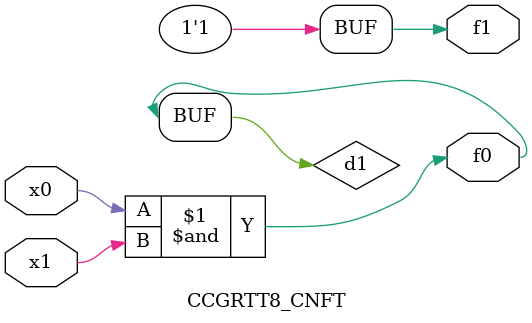
<source format=v>
module CCGRTT8_CNFT(
	input x0, x1,
	output f0, f1
);

	wire d1;

	assign f0 = d1;
	and (d1, x0, x1);
	assign f1 = 1'b1;
endmodule

</source>
